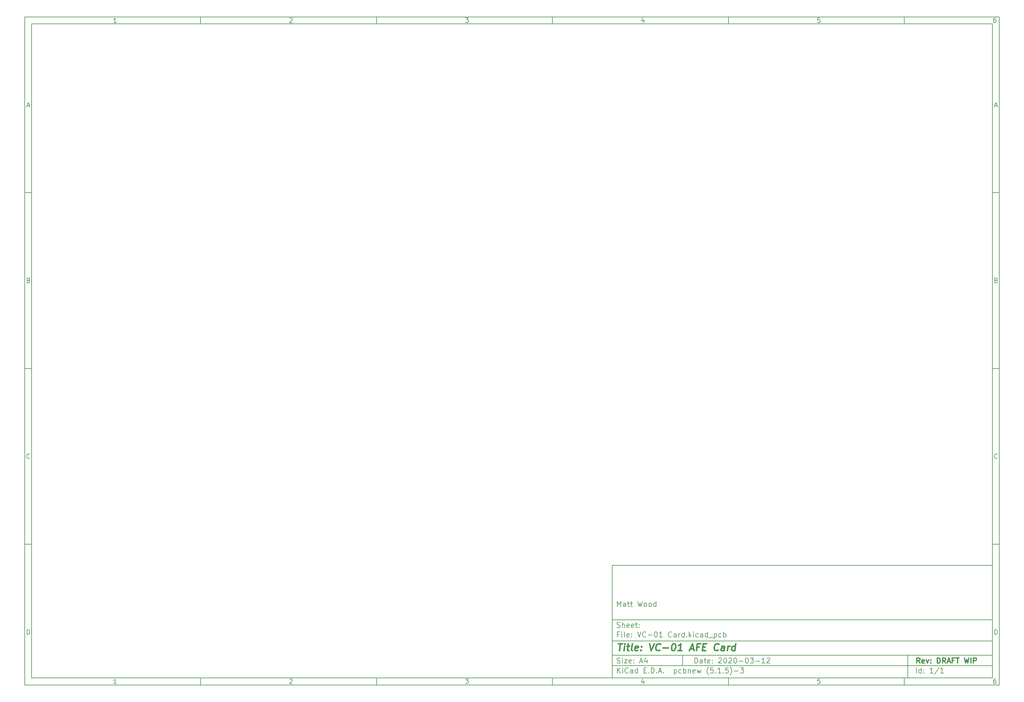
<source format=gbr>
G04 #@! TF.GenerationSoftware,KiCad,Pcbnew,(5.1.5)-3*
G04 #@! TF.CreationDate,2020-03-12T21:49:23+00:00*
G04 #@! TF.ProjectId,VC-01 Card,56432d30-3120-4436-9172-642e6b696361,DRAFT WIP*
G04 #@! TF.SameCoordinates,Original*
G04 #@! TF.FileFunction,Paste,Bot*
G04 #@! TF.FilePolarity,Positive*
%FSLAX46Y46*%
G04 Gerber Fmt 4.6, Leading zero omitted, Abs format (unit mm)*
G04 Created by KiCad (PCBNEW (5.1.5)-3) date 2020-03-12 21:49:23*
%MOMM*%
%LPD*%
G04 APERTURE LIST*
%ADD10C,0.100000*%
%ADD11C,0.150000*%
%ADD12C,0.300000*%
%ADD13C,0.400000*%
G04 APERTURE END LIST*
D10*
D11*
X177002200Y-166007200D02*
X177002200Y-198007200D01*
X285002200Y-198007200D01*
X285002200Y-166007200D01*
X177002200Y-166007200D01*
D10*
D11*
X10000000Y-10000000D02*
X10000000Y-200007200D01*
X287002200Y-200007200D01*
X287002200Y-10000000D01*
X10000000Y-10000000D01*
D10*
D11*
X12000000Y-12000000D02*
X12000000Y-198007200D01*
X285002200Y-198007200D01*
X285002200Y-12000000D01*
X12000000Y-12000000D01*
D10*
D11*
X60000000Y-12000000D02*
X60000000Y-10000000D01*
D10*
D11*
X110000000Y-12000000D02*
X110000000Y-10000000D01*
D10*
D11*
X160000000Y-12000000D02*
X160000000Y-10000000D01*
D10*
D11*
X210000000Y-12000000D02*
X210000000Y-10000000D01*
D10*
D11*
X260000000Y-12000000D02*
X260000000Y-10000000D01*
D10*
D11*
X36065476Y-11588095D02*
X35322619Y-11588095D01*
X35694047Y-11588095D02*
X35694047Y-10288095D01*
X35570238Y-10473809D01*
X35446428Y-10597619D01*
X35322619Y-10659523D01*
D10*
D11*
X85322619Y-10411904D02*
X85384523Y-10350000D01*
X85508333Y-10288095D01*
X85817857Y-10288095D01*
X85941666Y-10350000D01*
X86003571Y-10411904D01*
X86065476Y-10535714D01*
X86065476Y-10659523D01*
X86003571Y-10845238D01*
X85260714Y-11588095D01*
X86065476Y-11588095D01*
D10*
D11*
X135260714Y-10288095D02*
X136065476Y-10288095D01*
X135632142Y-10783333D01*
X135817857Y-10783333D01*
X135941666Y-10845238D01*
X136003571Y-10907142D01*
X136065476Y-11030952D01*
X136065476Y-11340476D01*
X136003571Y-11464285D01*
X135941666Y-11526190D01*
X135817857Y-11588095D01*
X135446428Y-11588095D01*
X135322619Y-11526190D01*
X135260714Y-11464285D01*
D10*
D11*
X185941666Y-10721428D02*
X185941666Y-11588095D01*
X185632142Y-10226190D02*
X185322619Y-11154761D01*
X186127380Y-11154761D01*
D10*
D11*
X236003571Y-10288095D02*
X235384523Y-10288095D01*
X235322619Y-10907142D01*
X235384523Y-10845238D01*
X235508333Y-10783333D01*
X235817857Y-10783333D01*
X235941666Y-10845238D01*
X236003571Y-10907142D01*
X236065476Y-11030952D01*
X236065476Y-11340476D01*
X236003571Y-11464285D01*
X235941666Y-11526190D01*
X235817857Y-11588095D01*
X235508333Y-11588095D01*
X235384523Y-11526190D01*
X235322619Y-11464285D01*
D10*
D11*
X285941666Y-10288095D02*
X285694047Y-10288095D01*
X285570238Y-10350000D01*
X285508333Y-10411904D01*
X285384523Y-10597619D01*
X285322619Y-10845238D01*
X285322619Y-11340476D01*
X285384523Y-11464285D01*
X285446428Y-11526190D01*
X285570238Y-11588095D01*
X285817857Y-11588095D01*
X285941666Y-11526190D01*
X286003571Y-11464285D01*
X286065476Y-11340476D01*
X286065476Y-11030952D01*
X286003571Y-10907142D01*
X285941666Y-10845238D01*
X285817857Y-10783333D01*
X285570238Y-10783333D01*
X285446428Y-10845238D01*
X285384523Y-10907142D01*
X285322619Y-11030952D01*
D10*
D11*
X60000000Y-198007200D02*
X60000000Y-200007200D01*
D10*
D11*
X110000000Y-198007200D02*
X110000000Y-200007200D01*
D10*
D11*
X160000000Y-198007200D02*
X160000000Y-200007200D01*
D10*
D11*
X210000000Y-198007200D02*
X210000000Y-200007200D01*
D10*
D11*
X260000000Y-198007200D02*
X260000000Y-200007200D01*
D10*
D11*
X36065476Y-199595295D02*
X35322619Y-199595295D01*
X35694047Y-199595295D02*
X35694047Y-198295295D01*
X35570238Y-198481009D01*
X35446428Y-198604819D01*
X35322619Y-198666723D01*
D10*
D11*
X85322619Y-198419104D02*
X85384523Y-198357200D01*
X85508333Y-198295295D01*
X85817857Y-198295295D01*
X85941666Y-198357200D01*
X86003571Y-198419104D01*
X86065476Y-198542914D01*
X86065476Y-198666723D01*
X86003571Y-198852438D01*
X85260714Y-199595295D01*
X86065476Y-199595295D01*
D10*
D11*
X135260714Y-198295295D02*
X136065476Y-198295295D01*
X135632142Y-198790533D01*
X135817857Y-198790533D01*
X135941666Y-198852438D01*
X136003571Y-198914342D01*
X136065476Y-199038152D01*
X136065476Y-199347676D01*
X136003571Y-199471485D01*
X135941666Y-199533390D01*
X135817857Y-199595295D01*
X135446428Y-199595295D01*
X135322619Y-199533390D01*
X135260714Y-199471485D01*
D10*
D11*
X185941666Y-198728628D02*
X185941666Y-199595295D01*
X185632142Y-198233390D02*
X185322619Y-199161961D01*
X186127380Y-199161961D01*
D10*
D11*
X236003571Y-198295295D02*
X235384523Y-198295295D01*
X235322619Y-198914342D01*
X235384523Y-198852438D01*
X235508333Y-198790533D01*
X235817857Y-198790533D01*
X235941666Y-198852438D01*
X236003571Y-198914342D01*
X236065476Y-199038152D01*
X236065476Y-199347676D01*
X236003571Y-199471485D01*
X235941666Y-199533390D01*
X235817857Y-199595295D01*
X235508333Y-199595295D01*
X235384523Y-199533390D01*
X235322619Y-199471485D01*
D10*
D11*
X285941666Y-198295295D02*
X285694047Y-198295295D01*
X285570238Y-198357200D01*
X285508333Y-198419104D01*
X285384523Y-198604819D01*
X285322619Y-198852438D01*
X285322619Y-199347676D01*
X285384523Y-199471485D01*
X285446428Y-199533390D01*
X285570238Y-199595295D01*
X285817857Y-199595295D01*
X285941666Y-199533390D01*
X286003571Y-199471485D01*
X286065476Y-199347676D01*
X286065476Y-199038152D01*
X286003571Y-198914342D01*
X285941666Y-198852438D01*
X285817857Y-198790533D01*
X285570238Y-198790533D01*
X285446428Y-198852438D01*
X285384523Y-198914342D01*
X285322619Y-199038152D01*
D10*
D11*
X10000000Y-60000000D02*
X12000000Y-60000000D01*
D10*
D11*
X10000000Y-110000000D02*
X12000000Y-110000000D01*
D10*
D11*
X10000000Y-160000000D02*
X12000000Y-160000000D01*
D10*
D11*
X10690476Y-35216666D02*
X11309523Y-35216666D01*
X10566666Y-35588095D02*
X11000000Y-34288095D01*
X11433333Y-35588095D01*
D10*
D11*
X11092857Y-84907142D02*
X11278571Y-84969047D01*
X11340476Y-85030952D01*
X11402380Y-85154761D01*
X11402380Y-85340476D01*
X11340476Y-85464285D01*
X11278571Y-85526190D01*
X11154761Y-85588095D01*
X10659523Y-85588095D01*
X10659523Y-84288095D01*
X11092857Y-84288095D01*
X11216666Y-84350000D01*
X11278571Y-84411904D01*
X11340476Y-84535714D01*
X11340476Y-84659523D01*
X11278571Y-84783333D01*
X11216666Y-84845238D01*
X11092857Y-84907142D01*
X10659523Y-84907142D01*
D10*
D11*
X11402380Y-135464285D02*
X11340476Y-135526190D01*
X11154761Y-135588095D01*
X11030952Y-135588095D01*
X10845238Y-135526190D01*
X10721428Y-135402380D01*
X10659523Y-135278571D01*
X10597619Y-135030952D01*
X10597619Y-134845238D01*
X10659523Y-134597619D01*
X10721428Y-134473809D01*
X10845238Y-134350000D01*
X11030952Y-134288095D01*
X11154761Y-134288095D01*
X11340476Y-134350000D01*
X11402380Y-134411904D01*
D10*
D11*
X10659523Y-185588095D02*
X10659523Y-184288095D01*
X10969047Y-184288095D01*
X11154761Y-184350000D01*
X11278571Y-184473809D01*
X11340476Y-184597619D01*
X11402380Y-184845238D01*
X11402380Y-185030952D01*
X11340476Y-185278571D01*
X11278571Y-185402380D01*
X11154761Y-185526190D01*
X10969047Y-185588095D01*
X10659523Y-185588095D01*
D10*
D11*
X287002200Y-60000000D02*
X285002200Y-60000000D01*
D10*
D11*
X287002200Y-110000000D02*
X285002200Y-110000000D01*
D10*
D11*
X287002200Y-160000000D02*
X285002200Y-160000000D01*
D10*
D11*
X285692676Y-35216666D02*
X286311723Y-35216666D01*
X285568866Y-35588095D02*
X286002200Y-34288095D01*
X286435533Y-35588095D01*
D10*
D11*
X286095057Y-84907142D02*
X286280771Y-84969047D01*
X286342676Y-85030952D01*
X286404580Y-85154761D01*
X286404580Y-85340476D01*
X286342676Y-85464285D01*
X286280771Y-85526190D01*
X286156961Y-85588095D01*
X285661723Y-85588095D01*
X285661723Y-84288095D01*
X286095057Y-84288095D01*
X286218866Y-84350000D01*
X286280771Y-84411904D01*
X286342676Y-84535714D01*
X286342676Y-84659523D01*
X286280771Y-84783333D01*
X286218866Y-84845238D01*
X286095057Y-84907142D01*
X285661723Y-84907142D01*
D10*
D11*
X286404580Y-135464285D02*
X286342676Y-135526190D01*
X286156961Y-135588095D01*
X286033152Y-135588095D01*
X285847438Y-135526190D01*
X285723628Y-135402380D01*
X285661723Y-135278571D01*
X285599819Y-135030952D01*
X285599819Y-134845238D01*
X285661723Y-134597619D01*
X285723628Y-134473809D01*
X285847438Y-134350000D01*
X286033152Y-134288095D01*
X286156961Y-134288095D01*
X286342676Y-134350000D01*
X286404580Y-134411904D01*
D10*
D11*
X285661723Y-185588095D02*
X285661723Y-184288095D01*
X285971247Y-184288095D01*
X286156961Y-184350000D01*
X286280771Y-184473809D01*
X286342676Y-184597619D01*
X286404580Y-184845238D01*
X286404580Y-185030952D01*
X286342676Y-185278571D01*
X286280771Y-185402380D01*
X286156961Y-185526190D01*
X285971247Y-185588095D01*
X285661723Y-185588095D01*
D10*
D11*
X200434342Y-193785771D02*
X200434342Y-192285771D01*
X200791485Y-192285771D01*
X201005771Y-192357200D01*
X201148628Y-192500057D01*
X201220057Y-192642914D01*
X201291485Y-192928628D01*
X201291485Y-193142914D01*
X201220057Y-193428628D01*
X201148628Y-193571485D01*
X201005771Y-193714342D01*
X200791485Y-193785771D01*
X200434342Y-193785771D01*
X202577200Y-193785771D02*
X202577200Y-193000057D01*
X202505771Y-192857200D01*
X202362914Y-192785771D01*
X202077200Y-192785771D01*
X201934342Y-192857200D01*
X202577200Y-193714342D02*
X202434342Y-193785771D01*
X202077200Y-193785771D01*
X201934342Y-193714342D01*
X201862914Y-193571485D01*
X201862914Y-193428628D01*
X201934342Y-193285771D01*
X202077200Y-193214342D01*
X202434342Y-193214342D01*
X202577200Y-193142914D01*
X203077200Y-192785771D02*
X203648628Y-192785771D01*
X203291485Y-192285771D02*
X203291485Y-193571485D01*
X203362914Y-193714342D01*
X203505771Y-193785771D01*
X203648628Y-193785771D01*
X204720057Y-193714342D02*
X204577200Y-193785771D01*
X204291485Y-193785771D01*
X204148628Y-193714342D01*
X204077200Y-193571485D01*
X204077200Y-193000057D01*
X204148628Y-192857200D01*
X204291485Y-192785771D01*
X204577200Y-192785771D01*
X204720057Y-192857200D01*
X204791485Y-193000057D01*
X204791485Y-193142914D01*
X204077200Y-193285771D01*
X205434342Y-193642914D02*
X205505771Y-193714342D01*
X205434342Y-193785771D01*
X205362914Y-193714342D01*
X205434342Y-193642914D01*
X205434342Y-193785771D01*
X205434342Y-192857200D02*
X205505771Y-192928628D01*
X205434342Y-193000057D01*
X205362914Y-192928628D01*
X205434342Y-192857200D01*
X205434342Y-193000057D01*
X207220057Y-192428628D02*
X207291485Y-192357200D01*
X207434342Y-192285771D01*
X207791485Y-192285771D01*
X207934342Y-192357200D01*
X208005771Y-192428628D01*
X208077200Y-192571485D01*
X208077200Y-192714342D01*
X208005771Y-192928628D01*
X207148628Y-193785771D01*
X208077200Y-193785771D01*
X209005771Y-192285771D02*
X209148628Y-192285771D01*
X209291485Y-192357200D01*
X209362914Y-192428628D01*
X209434342Y-192571485D01*
X209505771Y-192857200D01*
X209505771Y-193214342D01*
X209434342Y-193500057D01*
X209362914Y-193642914D01*
X209291485Y-193714342D01*
X209148628Y-193785771D01*
X209005771Y-193785771D01*
X208862914Y-193714342D01*
X208791485Y-193642914D01*
X208720057Y-193500057D01*
X208648628Y-193214342D01*
X208648628Y-192857200D01*
X208720057Y-192571485D01*
X208791485Y-192428628D01*
X208862914Y-192357200D01*
X209005771Y-192285771D01*
X210077200Y-192428628D02*
X210148628Y-192357200D01*
X210291485Y-192285771D01*
X210648628Y-192285771D01*
X210791485Y-192357200D01*
X210862914Y-192428628D01*
X210934342Y-192571485D01*
X210934342Y-192714342D01*
X210862914Y-192928628D01*
X210005771Y-193785771D01*
X210934342Y-193785771D01*
X211862914Y-192285771D02*
X212005771Y-192285771D01*
X212148628Y-192357200D01*
X212220057Y-192428628D01*
X212291485Y-192571485D01*
X212362914Y-192857200D01*
X212362914Y-193214342D01*
X212291485Y-193500057D01*
X212220057Y-193642914D01*
X212148628Y-193714342D01*
X212005771Y-193785771D01*
X211862914Y-193785771D01*
X211720057Y-193714342D01*
X211648628Y-193642914D01*
X211577200Y-193500057D01*
X211505771Y-193214342D01*
X211505771Y-192857200D01*
X211577200Y-192571485D01*
X211648628Y-192428628D01*
X211720057Y-192357200D01*
X211862914Y-192285771D01*
X213005771Y-193214342D02*
X214148628Y-193214342D01*
X215148628Y-192285771D02*
X215291485Y-192285771D01*
X215434342Y-192357200D01*
X215505771Y-192428628D01*
X215577200Y-192571485D01*
X215648628Y-192857200D01*
X215648628Y-193214342D01*
X215577200Y-193500057D01*
X215505771Y-193642914D01*
X215434342Y-193714342D01*
X215291485Y-193785771D01*
X215148628Y-193785771D01*
X215005771Y-193714342D01*
X214934342Y-193642914D01*
X214862914Y-193500057D01*
X214791485Y-193214342D01*
X214791485Y-192857200D01*
X214862914Y-192571485D01*
X214934342Y-192428628D01*
X215005771Y-192357200D01*
X215148628Y-192285771D01*
X216148628Y-192285771D02*
X217077200Y-192285771D01*
X216577200Y-192857200D01*
X216791485Y-192857200D01*
X216934342Y-192928628D01*
X217005771Y-193000057D01*
X217077200Y-193142914D01*
X217077200Y-193500057D01*
X217005771Y-193642914D01*
X216934342Y-193714342D01*
X216791485Y-193785771D01*
X216362914Y-193785771D01*
X216220057Y-193714342D01*
X216148628Y-193642914D01*
X217720057Y-193214342D02*
X218862914Y-193214342D01*
X220362914Y-193785771D02*
X219505771Y-193785771D01*
X219934342Y-193785771D02*
X219934342Y-192285771D01*
X219791485Y-192500057D01*
X219648628Y-192642914D01*
X219505771Y-192714342D01*
X220934342Y-192428628D02*
X221005771Y-192357200D01*
X221148628Y-192285771D01*
X221505771Y-192285771D01*
X221648628Y-192357200D01*
X221720057Y-192428628D01*
X221791485Y-192571485D01*
X221791485Y-192714342D01*
X221720057Y-192928628D01*
X220862914Y-193785771D01*
X221791485Y-193785771D01*
D10*
D11*
X177002200Y-194507200D02*
X285002200Y-194507200D01*
D10*
D11*
X178434342Y-196585771D02*
X178434342Y-195085771D01*
X179291485Y-196585771D02*
X178648628Y-195728628D01*
X179291485Y-195085771D02*
X178434342Y-195942914D01*
X179934342Y-196585771D02*
X179934342Y-195585771D01*
X179934342Y-195085771D02*
X179862914Y-195157200D01*
X179934342Y-195228628D01*
X180005771Y-195157200D01*
X179934342Y-195085771D01*
X179934342Y-195228628D01*
X181505771Y-196442914D02*
X181434342Y-196514342D01*
X181220057Y-196585771D01*
X181077200Y-196585771D01*
X180862914Y-196514342D01*
X180720057Y-196371485D01*
X180648628Y-196228628D01*
X180577200Y-195942914D01*
X180577200Y-195728628D01*
X180648628Y-195442914D01*
X180720057Y-195300057D01*
X180862914Y-195157200D01*
X181077200Y-195085771D01*
X181220057Y-195085771D01*
X181434342Y-195157200D01*
X181505771Y-195228628D01*
X182791485Y-196585771D02*
X182791485Y-195800057D01*
X182720057Y-195657200D01*
X182577200Y-195585771D01*
X182291485Y-195585771D01*
X182148628Y-195657200D01*
X182791485Y-196514342D02*
X182648628Y-196585771D01*
X182291485Y-196585771D01*
X182148628Y-196514342D01*
X182077200Y-196371485D01*
X182077200Y-196228628D01*
X182148628Y-196085771D01*
X182291485Y-196014342D01*
X182648628Y-196014342D01*
X182791485Y-195942914D01*
X184148628Y-196585771D02*
X184148628Y-195085771D01*
X184148628Y-196514342D02*
X184005771Y-196585771D01*
X183720057Y-196585771D01*
X183577200Y-196514342D01*
X183505771Y-196442914D01*
X183434342Y-196300057D01*
X183434342Y-195871485D01*
X183505771Y-195728628D01*
X183577200Y-195657200D01*
X183720057Y-195585771D01*
X184005771Y-195585771D01*
X184148628Y-195657200D01*
X186005771Y-195800057D02*
X186505771Y-195800057D01*
X186720057Y-196585771D02*
X186005771Y-196585771D01*
X186005771Y-195085771D01*
X186720057Y-195085771D01*
X187362914Y-196442914D02*
X187434342Y-196514342D01*
X187362914Y-196585771D01*
X187291485Y-196514342D01*
X187362914Y-196442914D01*
X187362914Y-196585771D01*
X188077200Y-196585771D02*
X188077200Y-195085771D01*
X188434342Y-195085771D01*
X188648628Y-195157200D01*
X188791485Y-195300057D01*
X188862914Y-195442914D01*
X188934342Y-195728628D01*
X188934342Y-195942914D01*
X188862914Y-196228628D01*
X188791485Y-196371485D01*
X188648628Y-196514342D01*
X188434342Y-196585771D01*
X188077200Y-196585771D01*
X189577200Y-196442914D02*
X189648628Y-196514342D01*
X189577200Y-196585771D01*
X189505771Y-196514342D01*
X189577200Y-196442914D01*
X189577200Y-196585771D01*
X190220057Y-196157200D02*
X190934342Y-196157200D01*
X190077200Y-196585771D02*
X190577200Y-195085771D01*
X191077200Y-196585771D01*
X191577200Y-196442914D02*
X191648628Y-196514342D01*
X191577200Y-196585771D01*
X191505771Y-196514342D01*
X191577200Y-196442914D01*
X191577200Y-196585771D01*
X194577200Y-195585771D02*
X194577200Y-197085771D01*
X194577200Y-195657200D02*
X194720057Y-195585771D01*
X195005771Y-195585771D01*
X195148628Y-195657200D01*
X195220057Y-195728628D01*
X195291485Y-195871485D01*
X195291485Y-196300057D01*
X195220057Y-196442914D01*
X195148628Y-196514342D01*
X195005771Y-196585771D01*
X194720057Y-196585771D01*
X194577200Y-196514342D01*
X196577200Y-196514342D02*
X196434342Y-196585771D01*
X196148628Y-196585771D01*
X196005771Y-196514342D01*
X195934342Y-196442914D01*
X195862914Y-196300057D01*
X195862914Y-195871485D01*
X195934342Y-195728628D01*
X196005771Y-195657200D01*
X196148628Y-195585771D01*
X196434342Y-195585771D01*
X196577200Y-195657200D01*
X197220057Y-196585771D02*
X197220057Y-195085771D01*
X197220057Y-195657200D02*
X197362914Y-195585771D01*
X197648628Y-195585771D01*
X197791485Y-195657200D01*
X197862914Y-195728628D01*
X197934342Y-195871485D01*
X197934342Y-196300057D01*
X197862914Y-196442914D01*
X197791485Y-196514342D01*
X197648628Y-196585771D01*
X197362914Y-196585771D01*
X197220057Y-196514342D01*
X198577200Y-195585771D02*
X198577200Y-196585771D01*
X198577200Y-195728628D02*
X198648628Y-195657200D01*
X198791485Y-195585771D01*
X199005771Y-195585771D01*
X199148628Y-195657200D01*
X199220057Y-195800057D01*
X199220057Y-196585771D01*
X200505771Y-196514342D02*
X200362914Y-196585771D01*
X200077200Y-196585771D01*
X199934342Y-196514342D01*
X199862914Y-196371485D01*
X199862914Y-195800057D01*
X199934342Y-195657200D01*
X200077200Y-195585771D01*
X200362914Y-195585771D01*
X200505771Y-195657200D01*
X200577200Y-195800057D01*
X200577200Y-195942914D01*
X199862914Y-196085771D01*
X201077200Y-195585771D02*
X201362914Y-196585771D01*
X201648628Y-195871485D01*
X201934342Y-196585771D01*
X202220057Y-195585771D01*
X204362914Y-197157200D02*
X204291485Y-197085771D01*
X204148628Y-196871485D01*
X204077200Y-196728628D01*
X204005771Y-196514342D01*
X203934342Y-196157200D01*
X203934342Y-195871485D01*
X204005771Y-195514342D01*
X204077200Y-195300057D01*
X204148628Y-195157200D01*
X204291485Y-194942914D01*
X204362914Y-194871485D01*
X205648628Y-195085771D02*
X204934342Y-195085771D01*
X204862914Y-195800057D01*
X204934342Y-195728628D01*
X205077200Y-195657200D01*
X205434342Y-195657200D01*
X205577200Y-195728628D01*
X205648628Y-195800057D01*
X205720057Y-195942914D01*
X205720057Y-196300057D01*
X205648628Y-196442914D01*
X205577200Y-196514342D01*
X205434342Y-196585771D01*
X205077200Y-196585771D01*
X204934342Y-196514342D01*
X204862914Y-196442914D01*
X206362914Y-196442914D02*
X206434342Y-196514342D01*
X206362914Y-196585771D01*
X206291485Y-196514342D01*
X206362914Y-196442914D01*
X206362914Y-196585771D01*
X207862914Y-196585771D02*
X207005771Y-196585771D01*
X207434342Y-196585771D02*
X207434342Y-195085771D01*
X207291485Y-195300057D01*
X207148628Y-195442914D01*
X207005771Y-195514342D01*
X208505771Y-196442914D02*
X208577200Y-196514342D01*
X208505771Y-196585771D01*
X208434342Y-196514342D01*
X208505771Y-196442914D01*
X208505771Y-196585771D01*
X209934342Y-195085771D02*
X209220057Y-195085771D01*
X209148628Y-195800057D01*
X209220057Y-195728628D01*
X209362914Y-195657200D01*
X209720057Y-195657200D01*
X209862914Y-195728628D01*
X209934342Y-195800057D01*
X210005771Y-195942914D01*
X210005771Y-196300057D01*
X209934342Y-196442914D01*
X209862914Y-196514342D01*
X209720057Y-196585771D01*
X209362914Y-196585771D01*
X209220057Y-196514342D01*
X209148628Y-196442914D01*
X210505771Y-197157200D02*
X210577200Y-197085771D01*
X210720057Y-196871485D01*
X210791485Y-196728628D01*
X210862914Y-196514342D01*
X210934342Y-196157200D01*
X210934342Y-195871485D01*
X210862914Y-195514342D01*
X210791485Y-195300057D01*
X210720057Y-195157200D01*
X210577200Y-194942914D01*
X210505771Y-194871485D01*
X211648628Y-196014342D02*
X212791485Y-196014342D01*
X213362914Y-195085771D02*
X214291485Y-195085771D01*
X213791485Y-195657200D01*
X214005771Y-195657200D01*
X214148628Y-195728628D01*
X214220057Y-195800057D01*
X214291485Y-195942914D01*
X214291485Y-196300057D01*
X214220057Y-196442914D01*
X214148628Y-196514342D01*
X214005771Y-196585771D01*
X213577200Y-196585771D01*
X213434342Y-196514342D01*
X213362914Y-196442914D01*
D10*
D11*
X177002200Y-191507200D02*
X285002200Y-191507200D01*
D10*
D12*
X264411485Y-193785771D02*
X263911485Y-193071485D01*
X263554342Y-193785771D02*
X263554342Y-192285771D01*
X264125771Y-192285771D01*
X264268628Y-192357200D01*
X264340057Y-192428628D01*
X264411485Y-192571485D01*
X264411485Y-192785771D01*
X264340057Y-192928628D01*
X264268628Y-193000057D01*
X264125771Y-193071485D01*
X263554342Y-193071485D01*
X265625771Y-193714342D02*
X265482914Y-193785771D01*
X265197200Y-193785771D01*
X265054342Y-193714342D01*
X264982914Y-193571485D01*
X264982914Y-193000057D01*
X265054342Y-192857200D01*
X265197200Y-192785771D01*
X265482914Y-192785771D01*
X265625771Y-192857200D01*
X265697200Y-193000057D01*
X265697200Y-193142914D01*
X264982914Y-193285771D01*
X266197200Y-192785771D02*
X266554342Y-193785771D01*
X266911485Y-192785771D01*
X267482914Y-193642914D02*
X267554342Y-193714342D01*
X267482914Y-193785771D01*
X267411485Y-193714342D01*
X267482914Y-193642914D01*
X267482914Y-193785771D01*
X267482914Y-192857200D02*
X267554342Y-192928628D01*
X267482914Y-193000057D01*
X267411485Y-192928628D01*
X267482914Y-192857200D01*
X267482914Y-193000057D01*
X269340057Y-193785771D02*
X269340057Y-192285771D01*
X269697200Y-192285771D01*
X269911485Y-192357200D01*
X270054342Y-192500057D01*
X270125771Y-192642914D01*
X270197200Y-192928628D01*
X270197200Y-193142914D01*
X270125771Y-193428628D01*
X270054342Y-193571485D01*
X269911485Y-193714342D01*
X269697200Y-193785771D01*
X269340057Y-193785771D01*
X271697200Y-193785771D02*
X271197200Y-193071485D01*
X270840057Y-193785771D02*
X270840057Y-192285771D01*
X271411485Y-192285771D01*
X271554342Y-192357200D01*
X271625771Y-192428628D01*
X271697200Y-192571485D01*
X271697200Y-192785771D01*
X271625771Y-192928628D01*
X271554342Y-193000057D01*
X271411485Y-193071485D01*
X270840057Y-193071485D01*
X272268628Y-193357200D02*
X272982914Y-193357200D01*
X272125771Y-193785771D02*
X272625771Y-192285771D01*
X273125771Y-193785771D01*
X274125771Y-193000057D02*
X273625771Y-193000057D01*
X273625771Y-193785771D02*
X273625771Y-192285771D01*
X274340057Y-192285771D01*
X274697200Y-192285771D02*
X275554342Y-192285771D01*
X275125771Y-193785771D02*
X275125771Y-192285771D01*
X277054342Y-192285771D02*
X277411485Y-193785771D01*
X277697200Y-192714342D01*
X277982914Y-193785771D01*
X278340057Y-192285771D01*
X278911485Y-193785771D02*
X278911485Y-192285771D01*
X279625771Y-193785771D02*
X279625771Y-192285771D01*
X280197200Y-192285771D01*
X280340057Y-192357200D01*
X280411485Y-192428628D01*
X280482914Y-192571485D01*
X280482914Y-192785771D01*
X280411485Y-192928628D01*
X280340057Y-193000057D01*
X280197200Y-193071485D01*
X279625771Y-193071485D01*
D10*
D11*
X178362914Y-193714342D02*
X178577200Y-193785771D01*
X178934342Y-193785771D01*
X179077200Y-193714342D01*
X179148628Y-193642914D01*
X179220057Y-193500057D01*
X179220057Y-193357200D01*
X179148628Y-193214342D01*
X179077200Y-193142914D01*
X178934342Y-193071485D01*
X178648628Y-193000057D01*
X178505771Y-192928628D01*
X178434342Y-192857200D01*
X178362914Y-192714342D01*
X178362914Y-192571485D01*
X178434342Y-192428628D01*
X178505771Y-192357200D01*
X178648628Y-192285771D01*
X179005771Y-192285771D01*
X179220057Y-192357200D01*
X179862914Y-193785771D02*
X179862914Y-192785771D01*
X179862914Y-192285771D02*
X179791485Y-192357200D01*
X179862914Y-192428628D01*
X179934342Y-192357200D01*
X179862914Y-192285771D01*
X179862914Y-192428628D01*
X180434342Y-192785771D02*
X181220057Y-192785771D01*
X180434342Y-193785771D01*
X181220057Y-193785771D01*
X182362914Y-193714342D02*
X182220057Y-193785771D01*
X181934342Y-193785771D01*
X181791485Y-193714342D01*
X181720057Y-193571485D01*
X181720057Y-193000057D01*
X181791485Y-192857200D01*
X181934342Y-192785771D01*
X182220057Y-192785771D01*
X182362914Y-192857200D01*
X182434342Y-193000057D01*
X182434342Y-193142914D01*
X181720057Y-193285771D01*
X183077200Y-193642914D02*
X183148628Y-193714342D01*
X183077200Y-193785771D01*
X183005771Y-193714342D01*
X183077200Y-193642914D01*
X183077200Y-193785771D01*
X183077200Y-192857200D02*
X183148628Y-192928628D01*
X183077200Y-193000057D01*
X183005771Y-192928628D01*
X183077200Y-192857200D01*
X183077200Y-193000057D01*
X184862914Y-193357200D02*
X185577200Y-193357200D01*
X184720057Y-193785771D02*
X185220057Y-192285771D01*
X185720057Y-193785771D01*
X186862914Y-192785771D02*
X186862914Y-193785771D01*
X186505771Y-192214342D02*
X186148628Y-193285771D01*
X187077200Y-193285771D01*
D10*
D11*
X263434342Y-196585771D02*
X263434342Y-195085771D01*
X264791485Y-196585771D02*
X264791485Y-195085771D01*
X264791485Y-196514342D02*
X264648628Y-196585771D01*
X264362914Y-196585771D01*
X264220057Y-196514342D01*
X264148628Y-196442914D01*
X264077200Y-196300057D01*
X264077200Y-195871485D01*
X264148628Y-195728628D01*
X264220057Y-195657200D01*
X264362914Y-195585771D01*
X264648628Y-195585771D01*
X264791485Y-195657200D01*
X265505771Y-196442914D02*
X265577200Y-196514342D01*
X265505771Y-196585771D01*
X265434342Y-196514342D01*
X265505771Y-196442914D01*
X265505771Y-196585771D01*
X265505771Y-195657200D02*
X265577200Y-195728628D01*
X265505771Y-195800057D01*
X265434342Y-195728628D01*
X265505771Y-195657200D01*
X265505771Y-195800057D01*
X268148628Y-196585771D02*
X267291485Y-196585771D01*
X267720057Y-196585771D02*
X267720057Y-195085771D01*
X267577200Y-195300057D01*
X267434342Y-195442914D01*
X267291485Y-195514342D01*
X269862914Y-195014342D02*
X268577200Y-196942914D01*
X271148628Y-196585771D02*
X270291485Y-196585771D01*
X270720057Y-196585771D02*
X270720057Y-195085771D01*
X270577200Y-195300057D01*
X270434342Y-195442914D01*
X270291485Y-195514342D01*
D10*
D11*
X177002200Y-187507200D02*
X285002200Y-187507200D01*
D10*
D13*
X178714580Y-188211961D02*
X179857438Y-188211961D01*
X179036009Y-190211961D02*
X179286009Y-188211961D01*
X180274104Y-190211961D02*
X180440771Y-188878628D01*
X180524104Y-188211961D02*
X180416961Y-188307200D01*
X180500295Y-188402438D01*
X180607438Y-188307200D01*
X180524104Y-188211961D01*
X180500295Y-188402438D01*
X181107438Y-188878628D02*
X181869342Y-188878628D01*
X181476485Y-188211961D02*
X181262200Y-189926247D01*
X181333628Y-190116723D01*
X181512200Y-190211961D01*
X181702676Y-190211961D01*
X182655057Y-190211961D02*
X182476485Y-190116723D01*
X182405057Y-189926247D01*
X182619342Y-188211961D01*
X184190771Y-190116723D02*
X183988390Y-190211961D01*
X183607438Y-190211961D01*
X183428866Y-190116723D01*
X183357438Y-189926247D01*
X183452676Y-189164342D01*
X183571723Y-188973866D01*
X183774104Y-188878628D01*
X184155057Y-188878628D01*
X184333628Y-188973866D01*
X184405057Y-189164342D01*
X184381247Y-189354819D01*
X183405057Y-189545295D01*
X185155057Y-190021485D02*
X185238390Y-190116723D01*
X185131247Y-190211961D01*
X185047914Y-190116723D01*
X185155057Y-190021485D01*
X185131247Y-190211961D01*
X185286009Y-188973866D02*
X185369342Y-189069104D01*
X185262200Y-189164342D01*
X185178866Y-189069104D01*
X185286009Y-188973866D01*
X185262200Y-189164342D01*
X187571723Y-188211961D02*
X187988390Y-190211961D01*
X188905057Y-188211961D01*
X190488390Y-190021485D02*
X190381247Y-190116723D01*
X190083628Y-190211961D01*
X189893152Y-190211961D01*
X189619342Y-190116723D01*
X189452676Y-189926247D01*
X189381247Y-189735771D01*
X189333628Y-189354819D01*
X189369342Y-189069104D01*
X189512200Y-188688152D01*
X189631247Y-188497676D01*
X189845533Y-188307200D01*
X190143152Y-188211961D01*
X190333628Y-188211961D01*
X190607438Y-188307200D01*
X190690771Y-188402438D01*
X191416961Y-189450057D02*
X192940771Y-189450057D01*
X194428866Y-188211961D02*
X194619342Y-188211961D01*
X194797914Y-188307200D01*
X194881247Y-188402438D01*
X194952676Y-188592914D01*
X195000295Y-188973866D01*
X194940771Y-189450057D01*
X194797914Y-189831009D01*
X194678866Y-190021485D01*
X194571723Y-190116723D01*
X194369342Y-190211961D01*
X194178866Y-190211961D01*
X194000295Y-190116723D01*
X193916961Y-190021485D01*
X193845533Y-189831009D01*
X193797914Y-189450057D01*
X193857438Y-188973866D01*
X194000295Y-188592914D01*
X194119342Y-188402438D01*
X194226485Y-188307200D01*
X194428866Y-188211961D01*
X196750295Y-190211961D02*
X195607438Y-190211961D01*
X196178866Y-190211961D02*
X196428866Y-188211961D01*
X196202676Y-188497676D01*
X195988390Y-188688152D01*
X195786009Y-188783390D01*
X199107438Y-189640533D02*
X200059819Y-189640533D01*
X198845533Y-190211961D02*
X199762200Y-188211961D01*
X200178866Y-190211961D01*
X201643152Y-189164342D02*
X200976485Y-189164342D01*
X200845533Y-190211961D02*
X201095533Y-188211961D01*
X202047914Y-188211961D01*
X202690771Y-189164342D02*
X203357438Y-189164342D01*
X203512200Y-190211961D02*
X202559819Y-190211961D01*
X202809819Y-188211961D01*
X203762200Y-188211961D01*
X207059819Y-190021485D02*
X206952676Y-190116723D01*
X206655057Y-190211961D01*
X206464580Y-190211961D01*
X206190771Y-190116723D01*
X206024104Y-189926247D01*
X205952676Y-189735771D01*
X205905057Y-189354819D01*
X205940771Y-189069104D01*
X206083628Y-188688152D01*
X206202676Y-188497676D01*
X206416961Y-188307200D01*
X206714580Y-188211961D01*
X206905057Y-188211961D01*
X207178866Y-188307200D01*
X207262200Y-188402438D01*
X208750295Y-190211961D02*
X208881247Y-189164342D01*
X208809819Y-188973866D01*
X208631247Y-188878628D01*
X208250295Y-188878628D01*
X208047914Y-188973866D01*
X208762200Y-190116723D02*
X208559819Y-190211961D01*
X208083628Y-190211961D01*
X207905057Y-190116723D01*
X207833628Y-189926247D01*
X207857438Y-189735771D01*
X207976485Y-189545295D01*
X208178866Y-189450057D01*
X208655057Y-189450057D01*
X208857438Y-189354819D01*
X209702676Y-190211961D02*
X209869342Y-188878628D01*
X209821723Y-189259580D02*
X209940771Y-189069104D01*
X210047914Y-188973866D01*
X210250295Y-188878628D01*
X210440771Y-188878628D01*
X211797914Y-190211961D02*
X212047914Y-188211961D01*
X211809819Y-190116723D02*
X211607438Y-190211961D01*
X211226485Y-190211961D01*
X211047914Y-190116723D01*
X210964580Y-190021485D01*
X210893152Y-189831009D01*
X210964580Y-189259580D01*
X211083628Y-189069104D01*
X211190771Y-188973866D01*
X211393152Y-188878628D01*
X211774104Y-188878628D01*
X211952676Y-188973866D01*
D10*
D11*
X178934342Y-185600057D02*
X178434342Y-185600057D01*
X178434342Y-186385771D02*
X178434342Y-184885771D01*
X179148628Y-184885771D01*
X179720057Y-186385771D02*
X179720057Y-185385771D01*
X179720057Y-184885771D02*
X179648628Y-184957200D01*
X179720057Y-185028628D01*
X179791485Y-184957200D01*
X179720057Y-184885771D01*
X179720057Y-185028628D01*
X180648628Y-186385771D02*
X180505771Y-186314342D01*
X180434342Y-186171485D01*
X180434342Y-184885771D01*
X181791485Y-186314342D02*
X181648628Y-186385771D01*
X181362914Y-186385771D01*
X181220057Y-186314342D01*
X181148628Y-186171485D01*
X181148628Y-185600057D01*
X181220057Y-185457200D01*
X181362914Y-185385771D01*
X181648628Y-185385771D01*
X181791485Y-185457200D01*
X181862914Y-185600057D01*
X181862914Y-185742914D01*
X181148628Y-185885771D01*
X182505771Y-186242914D02*
X182577200Y-186314342D01*
X182505771Y-186385771D01*
X182434342Y-186314342D01*
X182505771Y-186242914D01*
X182505771Y-186385771D01*
X182505771Y-185457200D02*
X182577200Y-185528628D01*
X182505771Y-185600057D01*
X182434342Y-185528628D01*
X182505771Y-185457200D01*
X182505771Y-185600057D01*
X184148628Y-184885771D02*
X184648628Y-186385771D01*
X185148628Y-184885771D01*
X186505771Y-186242914D02*
X186434342Y-186314342D01*
X186220057Y-186385771D01*
X186077200Y-186385771D01*
X185862914Y-186314342D01*
X185720057Y-186171485D01*
X185648628Y-186028628D01*
X185577200Y-185742914D01*
X185577200Y-185528628D01*
X185648628Y-185242914D01*
X185720057Y-185100057D01*
X185862914Y-184957200D01*
X186077200Y-184885771D01*
X186220057Y-184885771D01*
X186434342Y-184957200D01*
X186505771Y-185028628D01*
X187148628Y-185814342D02*
X188291485Y-185814342D01*
X189291485Y-184885771D02*
X189434342Y-184885771D01*
X189577200Y-184957200D01*
X189648628Y-185028628D01*
X189720057Y-185171485D01*
X189791485Y-185457200D01*
X189791485Y-185814342D01*
X189720057Y-186100057D01*
X189648628Y-186242914D01*
X189577200Y-186314342D01*
X189434342Y-186385771D01*
X189291485Y-186385771D01*
X189148628Y-186314342D01*
X189077200Y-186242914D01*
X189005771Y-186100057D01*
X188934342Y-185814342D01*
X188934342Y-185457200D01*
X189005771Y-185171485D01*
X189077200Y-185028628D01*
X189148628Y-184957200D01*
X189291485Y-184885771D01*
X191220057Y-186385771D02*
X190362914Y-186385771D01*
X190791485Y-186385771D02*
X190791485Y-184885771D01*
X190648628Y-185100057D01*
X190505771Y-185242914D01*
X190362914Y-185314342D01*
X193862914Y-186242914D02*
X193791485Y-186314342D01*
X193577200Y-186385771D01*
X193434342Y-186385771D01*
X193220057Y-186314342D01*
X193077200Y-186171485D01*
X193005771Y-186028628D01*
X192934342Y-185742914D01*
X192934342Y-185528628D01*
X193005771Y-185242914D01*
X193077200Y-185100057D01*
X193220057Y-184957200D01*
X193434342Y-184885771D01*
X193577200Y-184885771D01*
X193791485Y-184957200D01*
X193862914Y-185028628D01*
X195148628Y-186385771D02*
X195148628Y-185600057D01*
X195077200Y-185457200D01*
X194934342Y-185385771D01*
X194648628Y-185385771D01*
X194505771Y-185457200D01*
X195148628Y-186314342D02*
X195005771Y-186385771D01*
X194648628Y-186385771D01*
X194505771Y-186314342D01*
X194434342Y-186171485D01*
X194434342Y-186028628D01*
X194505771Y-185885771D01*
X194648628Y-185814342D01*
X195005771Y-185814342D01*
X195148628Y-185742914D01*
X195862914Y-186385771D02*
X195862914Y-185385771D01*
X195862914Y-185671485D02*
X195934342Y-185528628D01*
X196005771Y-185457200D01*
X196148628Y-185385771D01*
X196291485Y-185385771D01*
X197434342Y-186385771D02*
X197434342Y-184885771D01*
X197434342Y-186314342D02*
X197291485Y-186385771D01*
X197005771Y-186385771D01*
X196862914Y-186314342D01*
X196791485Y-186242914D01*
X196720057Y-186100057D01*
X196720057Y-185671485D01*
X196791485Y-185528628D01*
X196862914Y-185457200D01*
X197005771Y-185385771D01*
X197291485Y-185385771D01*
X197434342Y-185457200D01*
X198148628Y-186242914D02*
X198220057Y-186314342D01*
X198148628Y-186385771D01*
X198077200Y-186314342D01*
X198148628Y-186242914D01*
X198148628Y-186385771D01*
X198862914Y-186385771D02*
X198862914Y-184885771D01*
X199005771Y-185814342D02*
X199434342Y-186385771D01*
X199434342Y-185385771D02*
X198862914Y-185957200D01*
X200077200Y-186385771D02*
X200077200Y-185385771D01*
X200077200Y-184885771D02*
X200005771Y-184957200D01*
X200077200Y-185028628D01*
X200148628Y-184957200D01*
X200077200Y-184885771D01*
X200077200Y-185028628D01*
X201434342Y-186314342D02*
X201291485Y-186385771D01*
X201005771Y-186385771D01*
X200862914Y-186314342D01*
X200791485Y-186242914D01*
X200720057Y-186100057D01*
X200720057Y-185671485D01*
X200791485Y-185528628D01*
X200862914Y-185457200D01*
X201005771Y-185385771D01*
X201291485Y-185385771D01*
X201434342Y-185457200D01*
X202720057Y-186385771D02*
X202720057Y-185600057D01*
X202648628Y-185457200D01*
X202505771Y-185385771D01*
X202220057Y-185385771D01*
X202077200Y-185457200D01*
X202720057Y-186314342D02*
X202577200Y-186385771D01*
X202220057Y-186385771D01*
X202077200Y-186314342D01*
X202005771Y-186171485D01*
X202005771Y-186028628D01*
X202077200Y-185885771D01*
X202220057Y-185814342D01*
X202577200Y-185814342D01*
X202720057Y-185742914D01*
X204077200Y-186385771D02*
X204077200Y-184885771D01*
X204077200Y-186314342D02*
X203934342Y-186385771D01*
X203648628Y-186385771D01*
X203505771Y-186314342D01*
X203434342Y-186242914D01*
X203362914Y-186100057D01*
X203362914Y-185671485D01*
X203434342Y-185528628D01*
X203505771Y-185457200D01*
X203648628Y-185385771D01*
X203934342Y-185385771D01*
X204077200Y-185457200D01*
X204434342Y-186528628D02*
X205577200Y-186528628D01*
X205934342Y-185385771D02*
X205934342Y-186885771D01*
X205934342Y-185457200D02*
X206077200Y-185385771D01*
X206362914Y-185385771D01*
X206505771Y-185457200D01*
X206577200Y-185528628D01*
X206648628Y-185671485D01*
X206648628Y-186100057D01*
X206577200Y-186242914D01*
X206505771Y-186314342D01*
X206362914Y-186385771D01*
X206077200Y-186385771D01*
X205934342Y-186314342D01*
X207934342Y-186314342D02*
X207791485Y-186385771D01*
X207505771Y-186385771D01*
X207362914Y-186314342D01*
X207291485Y-186242914D01*
X207220057Y-186100057D01*
X207220057Y-185671485D01*
X207291485Y-185528628D01*
X207362914Y-185457200D01*
X207505771Y-185385771D01*
X207791485Y-185385771D01*
X207934342Y-185457200D01*
X208577200Y-186385771D02*
X208577200Y-184885771D01*
X208577200Y-185457200D02*
X208720057Y-185385771D01*
X209005771Y-185385771D01*
X209148628Y-185457200D01*
X209220057Y-185528628D01*
X209291485Y-185671485D01*
X209291485Y-186100057D01*
X209220057Y-186242914D01*
X209148628Y-186314342D01*
X209005771Y-186385771D01*
X208720057Y-186385771D01*
X208577200Y-186314342D01*
D10*
D11*
X177002200Y-181507200D02*
X285002200Y-181507200D01*
D10*
D11*
X178362914Y-183614342D02*
X178577200Y-183685771D01*
X178934342Y-183685771D01*
X179077200Y-183614342D01*
X179148628Y-183542914D01*
X179220057Y-183400057D01*
X179220057Y-183257200D01*
X179148628Y-183114342D01*
X179077200Y-183042914D01*
X178934342Y-182971485D01*
X178648628Y-182900057D01*
X178505771Y-182828628D01*
X178434342Y-182757200D01*
X178362914Y-182614342D01*
X178362914Y-182471485D01*
X178434342Y-182328628D01*
X178505771Y-182257200D01*
X178648628Y-182185771D01*
X179005771Y-182185771D01*
X179220057Y-182257200D01*
X179862914Y-183685771D02*
X179862914Y-182185771D01*
X180505771Y-183685771D02*
X180505771Y-182900057D01*
X180434342Y-182757200D01*
X180291485Y-182685771D01*
X180077200Y-182685771D01*
X179934342Y-182757200D01*
X179862914Y-182828628D01*
X181791485Y-183614342D02*
X181648628Y-183685771D01*
X181362914Y-183685771D01*
X181220057Y-183614342D01*
X181148628Y-183471485D01*
X181148628Y-182900057D01*
X181220057Y-182757200D01*
X181362914Y-182685771D01*
X181648628Y-182685771D01*
X181791485Y-182757200D01*
X181862914Y-182900057D01*
X181862914Y-183042914D01*
X181148628Y-183185771D01*
X183077200Y-183614342D02*
X182934342Y-183685771D01*
X182648628Y-183685771D01*
X182505771Y-183614342D01*
X182434342Y-183471485D01*
X182434342Y-182900057D01*
X182505771Y-182757200D01*
X182648628Y-182685771D01*
X182934342Y-182685771D01*
X183077200Y-182757200D01*
X183148628Y-182900057D01*
X183148628Y-183042914D01*
X182434342Y-183185771D01*
X183577200Y-182685771D02*
X184148628Y-182685771D01*
X183791485Y-182185771D02*
X183791485Y-183471485D01*
X183862914Y-183614342D01*
X184005771Y-183685771D01*
X184148628Y-183685771D01*
X184648628Y-183542914D02*
X184720057Y-183614342D01*
X184648628Y-183685771D01*
X184577200Y-183614342D01*
X184648628Y-183542914D01*
X184648628Y-183685771D01*
X184648628Y-182757200D02*
X184720057Y-182828628D01*
X184648628Y-182900057D01*
X184577200Y-182828628D01*
X184648628Y-182757200D01*
X184648628Y-182900057D01*
D10*
D11*
X178434342Y-177685771D02*
X178434342Y-176185771D01*
X178934342Y-177257200D01*
X179434342Y-176185771D01*
X179434342Y-177685771D01*
X180791485Y-177685771D02*
X180791485Y-176900057D01*
X180720057Y-176757200D01*
X180577200Y-176685771D01*
X180291485Y-176685771D01*
X180148628Y-176757200D01*
X180791485Y-177614342D02*
X180648628Y-177685771D01*
X180291485Y-177685771D01*
X180148628Y-177614342D01*
X180077200Y-177471485D01*
X180077200Y-177328628D01*
X180148628Y-177185771D01*
X180291485Y-177114342D01*
X180648628Y-177114342D01*
X180791485Y-177042914D01*
X181291485Y-176685771D02*
X181862914Y-176685771D01*
X181505771Y-176185771D02*
X181505771Y-177471485D01*
X181577200Y-177614342D01*
X181720057Y-177685771D01*
X181862914Y-177685771D01*
X182148628Y-176685771D02*
X182720057Y-176685771D01*
X182362914Y-176185771D02*
X182362914Y-177471485D01*
X182434342Y-177614342D01*
X182577200Y-177685771D01*
X182720057Y-177685771D01*
X184220057Y-176185771D02*
X184577200Y-177685771D01*
X184862914Y-176614342D01*
X185148628Y-177685771D01*
X185505771Y-176185771D01*
X186291485Y-177685771D02*
X186148628Y-177614342D01*
X186077200Y-177542914D01*
X186005771Y-177400057D01*
X186005771Y-176971485D01*
X186077200Y-176828628D01*
X186148628Y-176757200D01*
X186291485Y-176685771D01*
X186505771Y-176685771D01*
X186648628Y-176757200D01*
X186720057Y-176828628D01*
X186791485Y-176971485D01*
X186791485Y-177400057D01*
X186720057Y-177542914D01*
X186648628Y-177614342D01*
X186505771Y-177685771D01*
X186291485Y-177685771D01*
X187648628Y-177685771D02*
X187505771Y-177614342D01*
X187434342Y-177542914D01*
X187362914Y-177400057D01*
X187362914Y-176971485D01*
X187434342Y-176828628D01*
X187505771Y-176757200D01*
X187648628Y-176685771D01*
X187862914Y-176685771D01*
X188005771Y-176757200D01*
X188077200Y-176828628D01*
X188148628Y-176971485D01*
X188148628Y-177400057D01*
X188077200Y-177542914D01*
X188005771Y-177614342D01*
X187862914Y-177685771D01*
X187648628Y-177685771D01*
X189434342Y-177685771D02*
X189434342Y-176185771D01*
X189434342Y-177614342D02*
X189291485Y-177685771D01*
X189005771Y-177685771D01*
X188862914Y-177614342D01*
X188791485Y-177542914D01*
X188720057Y-177400057D01*
X188720057Y-176971485D01*
X188791485Y-176828628D01*
X188862914Y-176757200D01*
X189005771Y-176685771D01*
X189291485Y-176685771D01*
X189434342Y-176757200D01*
D10*
D11*
X197002200Y-191507200D02*
X197002200Y-194507200D01*
D10*
D11*
X261002200Y-191507200D02*
X261002200Y-198007200D01*
M02*

</source>
